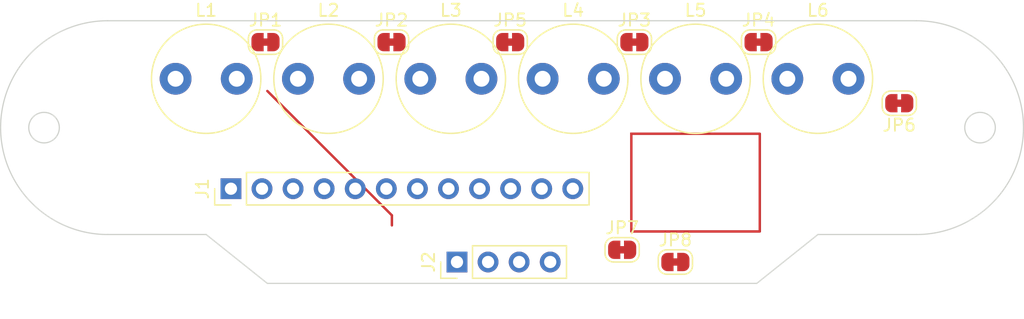
<source format=kicad_pcb>
(kicad_pcb (version 20240108) (generator "pcbnew") (generator_version "8.0")
  (layers (0 "F.Cu" signal) (31 "B.Cu" signal) (34 "B.Paste" user) (35 "F.Paste" user) (36 "B.SilkS" user "B.Silkscreen") (37 "F.SilkS" user "F.Silkscreen") (38 "B.Mask" user) (39 "F.Mask" user) (44 "Edge.Cuts" user))
  (net 0 "")
  (net 1 "/L1B")
  (net 2 "/L3B")
  (net 3 "/L1A")
  (net 4 "/L5A")
  (net 5 "/L6A")
  (net 6 "/L2A")
  (net 7 "/L4B")
  (net 8 "/L2B")
  (net 9 "/L3A")
  (net 10 "/L5B")
  (net 11 "/COILS_HOT")
  (net 12 "/COILS_COLD")
  (net 13 "/TRANS_COLD")
  (net 14 "/TRANS_HOT")
  (net 15 "Net-(JP7-B)")
  (net 16 "Net-(JP8-B)")
  (footprint "Connector_PinHeader_2.54mm:PinHeader_1x12_P2.54mm_Vertical" (layer "F.Cu") (at 77.025 105 90)
    (property "Reference" "J1" (at 0 -2.33 90) (layer "F.SilkS"))
    (property "Value" "Conn_01x12")
    (fp_line (start -1.33 -1.33) (end 0 -1.33) (stroke (width 0.12)) (layer "F.SilkS"))
    (fp_line (start -1.33 0) (end -1.33 -1.33) (stroke (width 0.12)) (layer "F.SilkS"))
    (fp_line (start 1.33 1.27) (end 1.33 29.27) (stroke (width 0.12)) (layer "F.SilkS"))
    (fp_line (start -1.33 1.27) (end 1.33 1.27) (stroke (width 0.12)) (layer "F.SilkS"))
    (fp_line (start -1.33 1.27) (end -1.33 29.27) (stroke (width 0.12)) (layer "F.SilkS"))
    (fp_line (start -1.33 29.27) (end 1.33 29.27) (stroke (width 0.12)) (layer "F.SilkS"))
    (pad "1" thru_hole rect (at 0 0 90) (size 1.7 1.7) (drill 1) (layers "*.Cu" "*.Mask") (net 3 "/L1A"))
    (pad "2" thru_hole oval (at 0 2.54 90) (size 1.7 1.7) (drill 1) (layers "*.Cu" "*.Mask") (net 1 "/L1B"))
    (pad "3" thru_hole oval (at 0 5.08 90) (size 1.7 1.7) (drill 1) (layers "*.Cu" "*.Mask") (net 6 "/L2A"))
    (pad "4" thru_hole oval (at 0 7.62 90) (size 1.7 1.7) (drill 1) (layers "*.Cu" "*.Mask") (net 8 "/L2B"))
    (pad "5" thru_hole oval (at 0 10.16 90) (size 1.7 1.7) (drill 1) (layers "*.Cu" "*.Mask") (net 9 "/L3A"))
    (pad "6" thru_hole oval (at 0 12.7 90) (size 1.7 1.7) (drill 1) (layers "*.Cu" "*.Mask") (net 2 "/L3B"))
    (pad "7" thru_hole oval (at 0 15.24 90) (size 1.7 1.7) (drill 1) (layers "*.Cu" "*.Mask") (net 11 "/COILS_HOT"))
    (pad "8" thru_hole oval (at 0 17.78 90) (size 1.7 1.7) (drill 1) (layers "*.Cu" "*.Mask") (net 7 "/L4B"))
    (pad "9" thru_hole oval (at 0 20.32 90) (size 1.7 1.7) (drill 1) (layers "*.Cu" "*.Mask") (net 4 "/L5A"))
    (pad "10" thru_hole oval (at 0 22.86 90) (size 1.7 1.7) (drill 1) (layers "*.Cu" "*.Mask") (net 10 "/L5B"))
    (pad "11" thru_hole oval (at 0 25.4 90) (size 1.7 1.7) (drill 1) (layers "*.Cu" "*.Mask") (net 5 "/L6A"))
    (pad "12" thru_hole oval (at 0 27.94 90) (size 1.7 1.7) (drill 1) (layers "*.Cu" "*.Mask") (net 12 "/COILS_COLD"))
  )
  (footprint "Connector_PinHeader_2.54mm:PinHeader_1x04_P2.54mm_Vertical" (layer "F.Cu") (at 95.5 111 90)
    (property "Reference" "J2" (at 0 -2.33 90) (layer "F.SilkS"))
    (property "Value" "Conn_01x12")
    (fp_line (start -1.33 -1.33) (end 0 -1.33) (stroke (width 0.12)) (layer "F.SilkS"))
    (fp_line (start -1.33 0) (end -1.33 -1.33) (stroke (width 0.12)) (layer "F.SilkS"))
    (fp_line (start 1.33 1.27) (end 1.33 8.95) (stroke (width 0.12)) (layer "F.SilkS"))
    (fp_line (start -1.33 1.27) (end 1.33 1.27) (stroke (width 0.12)) (layer "F.SilkS"))
    (fp_line (start -1.33 1.27) (end -1.33 8.95) (stroke (width 0.12)) (layer "F.SilkS"))
    (fp_line (start -1.33 8.95) (end 1.33 8.95) (stroke (width 0.12)) (layer "F.SilkS"))
    (pad "1" thru_hole rect (at 0 0 90) (size 1.7 1.7) (drill 1) (layers "*.Cu" "*.Mask") (net 11 "/COILS_HOT"))
    (pad "2" thru_hole oval (at 0 2.54 90) (size 1.7 1.7) (drill 1) (layers "*.Cu" "*.Mask") (net 12 "/COILS_COLD"))
    (pad "3" thru_hole oval (at 0 5.08 90) (size 1.7 1.7) (drill 1) (layers "*.Cu" "*.Mask") (net 14 "/TRANS_HOT"))
    (pad "4" thru_hole oval (at 0 7.62 90) (size 1.7 1.7) (drill 1) (layers "*.Cu" "*.Mask") (net 13 "/TRANS_COLD"))
  )
  (footprint "Jumper:SolderJumper-2_P1.3mm_Bridged_RoundedPad1.0x1.5mm" (layer "F.Cu") (at 113.35 111)
    (property "Reference" "JP8" (at 0 -1.8 0) (layer "F.SilkS"))
    (property "Value" "SolderJumper_2_Bridged")
    (fp_poly (pts (xy 0.25 -0.3) (xy -0.25 -0.3) (xy -0.25 0.3) (xy 0.25 0.3)) (fill solid) (layer "F.Cu"))
    (fp_line (start -1.4 0.3) (end -1.4 -0.3) (stroke (width 0.12)) (layer "F.SilkS"))
    (fp_line (start -0.7 -1) (end 0.7 -1) (stroke (width 0.12)) (layer "F.SilkS"))
    (fp_line (start 0.7 1) (end -0.7 1) (stroke (width 0.12)) (layer "F.SilkS"))
    (fp_line (start 1.4 -0.3) (end 1.4 0.3) (stroke (width 0.12)) (layer "F.SilkS"))
    (fp_arc (start -1.4 -0.3) (mid -1.194975 -0.794975) (end -0.7 -1) (stroke (width 0.12)) (layer "F.SilkS"))
    (fp_arc (start -0.7 1) (mid -1.194975 0.794975) (end -1.4 0.3) (stroke (width 0.12)) (layer "F.SilkS"))
    (fp_arc (start 0.7 -1) (mid 1.194975 -0.794975) (end 1.4 -0.3) (stroke (width 0.12)) (layer "F.SilkS"))
    (fp_arc (start 1.4 0.3) (mid 1.194975 0.794975) (end 0.7 1) (stroke (width 0.12)) (layer "F.SilkS"))
    (pad "1" smd custom (at -0.65 0) (size 1 0.5) (layers "F.Cu" "F.Mask") (net 12 "/COILS_COLD") (options (clearance outline) (anchor rect)) (primitives (gr_circle (center 0 0.25) (end 0.5 0.25) (width 0) (fill yes)) (gr_circle (center 0 -0.25) (end 0.5 -0.25) (width 0) (fill yes)) (gr_poly (pts (xy 0.5 0.75) (xy 0 0.75) (xy 0 -0.75) (xy 0.5 -0.75)) (width 0) (fill yes))))
    (pad "2" smd custom (at 0.65 0) (size 1 0.5) (layers "F.Cu" "F.Mask") (net 16 "Net-(JP8-B)") (options (clearance outline) (anchor rect)) (primitives (gr_circle (center 0 0.25) (end 0.5 0.25) (width 0) (fill yes)) (gr_circle (center 0 -0.25) (end 0.5 -0.25) (width 0) (fill yes)) (gr_poly (pts (xy 0 0.75) (xy -0.5 0.75) (xy -0.5 -0.75) (xy 0 -0.75)) (width 0) (fill yes))))
  )
  (footprint "Inductor_THT:L_Radial_D8.7mm_P5.00mm_Fastron_07HCP" (layer "F.Cu") (at 102.5 96)
    (property "Reference" "L4" (at 2.5 -5.6 0) (layer "F.SilkS"))
    (property "Value" "L_Iron")
    (fp_circle (center 2.5 0) (end 6.97 0) (stroke (width 0.12)) (fill none) (layer "F.SilkS"))
    (pad "1" thru_hole circle (at 0 0) (size 2.6 2.6) (drill 1.3) (layers "*.Cu" "*.Mask") (net 11 "/COILS_HOT"))
    (pad "2" thru_hole circle (at 5 0) (size 2.6 2.6) (drill 1.3) (layers "*.Cu" "*.Mask") (net 7 "/L4B"))
  )
  (footprint "Jumper:SolderJumper-2_P1.3mm_Bridged_RoundedPad1.0x1.5mm" (layer "F.Cu") (at 131.65 98 180)
    (property "Reference" "JP6" (at 0 -1.8 360) (layer "F.SilkS"))
    (property "Value" "SolderJumper_2_Bridged")
    (fp_poly (pts (xy 0.25 -0.3) (xy -0.25 -0.3) (xy -0.25 0.3) (xy 0.25 0.3)) (fill solid) (layer "F.Cu"))
    (fp_line (start 1.4 -0.3) (end 1.4 0.3) (stroke (width 0.12)) (layer "F.SilkS"))
    (fp_line (start 0.7 1) (end -0.7 1) (stroke (width 0.12)) (layer "F.SilkS"))
    (fp_line (start -0.7 -1) (end 0.7 -1) (stroke (width 0.12)) (layer "F.SilkS"))
    (fp_line (start -1.4 0.3) (end -1.4 -0.3) (stroke (width 0.12)) (layer "F.SilkS"))
    (fp_arc (start 1.4 0.3) (mid 1.194975 0.794975) (end 0.7 1) (stroke (width 0.12)) (layer "F.SilkS"))
    (fp_arc (start 0.7 -1) (mid 1.194975 -0.794975) (end 1.4 -0.3) (stroke (width 0.12)) (layer "F.SilkS"))
    (fp_arc (start -0.7 1) (mid -1.194975 0.794975) (end -1.4 0.3) (stroke (width 0.12)) (layer "F.SilkS"))
    (fp_arc (start -1.4 -0.3) (mid -1.194975 -0.794975) (end -0.7 -1) (stroke (width 0.12)) (layer "F.SilkS"))
    (pad "1" smd custom (at -0.65 0 180) (size 1 0.5) (layers "F.Cu" "F.Mask") (net 3 "/L1A") (options (clearance outline) (anchor rect)) (primitives (gr_circle (center 0 0.25) (end 0.5 0.25) (width 0) (fill yes)) (gr_circle (center 0 -0.25) (end 0.5 -0.25) (width 0) (fill yes)) (gr_poly (pts (xy 0.5 0.75) (xy 0 0.75) (xy 0 -0.75) (xy 0.5 -0.75)) (width 0) (fill yes))))
    (pad "2" smd custom (at 0.65 0 180) (size 1 0.5) (layers "F.Cu" "F.Mask") (net 12 "/COILS_COLD") (options (clearance outline) (anchor rect)) (primitives (gr_circle (center 0 0.25) (end 0.5 0.25) (width 0) (fill yes)) (gr_circle (center 0 -0.25) (end 0.5 -0.25) (width 0) (fill yes)) (gr_poly (pts (xy 0 0.75) (xy -0.5 0.75) (xy -0.5 -0.75) (xy 0 -0.75)) (width 0) (fill yes))))
  )
  (footprint "Inductor_THT:L_Radial_D8.7mm_P5.00mm_Fastron_07HCP" (layer "F.Cu") (at 112.5 96)
    (property "Reference" "L5" (at 2.5 -5.6 0) (layer "F.SilkS"))
    (property "Value" "L_Iron")
    (fp_circle (center 2.5 0) (end 6.97 0) (stroke (width 0.12)) (fill none) (layer "F.SilkS"))
    (pad "1" thru_hole circle (at 0 0) (size 2.6 2.6) (drill 1.3) (layers "*.Cu" "*.Mask") (net 4 "/L5A"))
    (pad "2" thru_hole circle (at 5 0) (size 2.6 2.6) (drill 1.3) (layers "*.Cu" "*.Mask") (net 10 "/L5B"))
  )
  (footprint "Jumper:SolderJumper-2_P1.3mm_Bridged_RoundedPad1.0x1.5mm" (layer "F.Cu") (at 90.15 93)
    (property "Reference" "JP2" (at 0 -1.8 360) (layer "F.SilkS"))
    (property "Value" "SolderJumper_2_Bridged")
    (fp_poly (pts (xy 0.25 -0.3) (xy -0.25 -0.3) (xy -0.25 0.3) (xy 0.25 0.3)) (fill solid) (layer "F.Cu"))
    (fp_line (start -1.4 0.3) (end -1.4 -0.3) (stroke (width 0.12)) (layer "F.SilkS"))
    (fp_line (start -0.7 -1) (end 0.7 -1) (stroke (width 0.12)) (layer "F.SilkS"))
    (fp_line (start 0.7 1) (end -0.7 1) (stroke (width 0.12)) (layer "F.SilkS"))
    (fp_line (start 1.4 -0.3) (end 1.4 0.3) (stroke (width 0.12)) (layer "F.SilkS"))
    (fp_arc (start -1.4 -0.3) (mid -1.194975 -0.794975) (end -0.7 -1) (stroke (width 0.12)) (layer "F.SilkS"))
    (fp_arc (start -0.7 1) (mid -1.194975 0.794975) (end -1.4 0.3) (stroke (width 0.12)) (layer "F.SilkS"))
    (fp_arc (start 0.7 -1) (mid 1.194975 -0.794975) (end 1.4 -0.3) (stroke (width 0.12)) (layer "F.SilkS"))
    (fp_arc (start 1.4 0.3) (mid 1.194975 0.794975) (end 0.7 1) (stroke (width 0.12)) (layer "F.SilkS"))
    (pad "1" smd custom (at -0.65 0) (size 1 0.5) (layers "F.Cu" "F.Mask") (net 8 "/L2B") (options (clearance outline) (anchor rect)) (primitives (gr_circle (center 0 0.25) (end 0.5 0.25) (width 0) (fill yes)) (gr_circle (center 0 -0.25) (end 0.5 -0.25) (width 0) (fill yes)) (gr_poly (pts (xy 0.5 0.75) (xy 0 0.75) (xy 0 -0.75) (xy 0.5 -0.75)) (width 0) (fill yes))))
    (pad "2" smd custom (at 0.65 0) (size 1 0.5) (layers "F.Cu" "F.Mask") (net 9 "/L3A") (options (clearance outline) (anchor rect)) (primitives (gr_circle (center 0 0.25) (end 0.5 0.25) (width 0) (fill yes)) (gr_circle (center 0 -0.25) (end 0.5 -0.25) (width 0) (fill yes)) (gr_poly (pts (xy 0 0.75) (xy -0.5 0.75) (xy -0.5 -0.75) (xy 0 -0.75)) (width 0) (fill yes))))
  )
  (footprint "Jumper:SolderJumper-2_P1.3mm_Bridged_RoundedPad1.0x1.5mm" (layer "F.Cu") (at 110 93)
    (property "Reference" "JP3" (at 0 -1.8 360) (layer "F.SilkS"))
    (property "Value" "SolderJumper_2_Bridged")
    (fp_poly (pts (xy 0.25 -0.3) (xy -0.25 -0.3) (xy -0.25 0.3) (xy 0.25 0.3)) (fill solid) (layer "F.Cu"))
    (fp_line (start -1.4 0.3) (end -1.4 -0.3) (stroke (width 0.12)) (layer "F.SilkS"))
    (fp_line (start -0.7 -1) (end 0.7 -1) (stroke (width 0.12)) (layer "F.SilkS"))
    (fp_line (start 0.7 1) (end -0.7 1) (stroke (width 0.12)) (layer "F.SilkS"))
    (fp_line (start 1.4 -0.3) (end 1.4 0.3) (stroke (width 0.12)) (layer "F.SilkS"))
    (fp_arc (start -1.4 -0.3) (mid -1.194975 -0.794975) (end -0.7 -1) (stroke (width 0.12)) (layer "F.SilkS"))
    (fp_arc (start -0.7 1) (mid -1.194975 0.794975) (end -1.4 0.3) (stroke (width 0.12)) (layer "F.SilkS"))
    (fp_arc (start 0.7 -1) (mid 1.194975 -0.794975) (end 1.4 -0.3) (stroke (width 0.12)) (layer "F.SilkS"))
    (fp_arc (start 1.4 0.3) (mid 1.194975 0.794975) (end 0.7 1) (stroke (width 0.12)) (layer "F.SilkS"))
    (pad "1" smd custom (at -0.65 0) (size 1 0.5) (layers "F.Cu" "F.Mask") (net 7 "/L4B") (options (clearance outline) (anchor rect)) (primitives (gr_circle (center 0 0.25) (end 0.5 0.25) (width 0) (fill yes)) (gr_circle (center 0 -0.25) (end 0.5 -0.25) (width 0) (fill yes)) (gr_poly (pts (xy 0.5 0.75) (xy 0 0.75) (xy 0 -0.75) (xy 0.5 -0.75)) (width 0) (fill yes))))
    (pad "2" smd custom (at 0.65 0) (size 1 0.5) (layers "F.Cu" "F.Mask") (net 4 "/L5A") (options (clearance outline) (anchor rect)) (primitives (gr_circle (center 0 0.25) (end 0.5 0.25) (width 0) (fill yes)) (gr_circle (center 0 -0.25) (end 0.5 -0.25) (width 0) (fill yes)) (gr_poly (pts (xy 0 0.75) (xy -0.5 0.75) (xy -0.5 -0.75) (xy 0 -0.75)) (width 0) (fill yes))))
  )
  (footprint "Inductor_THT:L_Radial_D8.7mm_P5.00mm_Fastron_07HCP" (layer "F.Cu") (at 92.5 96)
    (property "Reference" "L3" (at 2.5 -5.6 360) (layer "F.SilkS"))
    (property "Value" "L_Iron")
    (fp_circle (center 2.5 0) (end 6.97 0) (stroke (width 0.12)) (fill none) (layer "F.SilkS"))
    (pad "1" thru_hole circle (at 0 0) (size 2.6 2.6) (drill 1.3) (layers "*.Cu" "*.Mask") (net 9 "/L3A"))
    (pad "2" thru_hole circle (at 5 0) (size 2.6 2.6) (drill 1.3) (layers "*.Cu" "*.Mask") (net 2 "/L3B"))
  )
  (footprint "Jumper:SolderJumper-2_P1.3mm_Bridged_RoundedPad1.0x1.5mm" (layer "F.Cu") (at 99.85 93)
    (property "Reference" "JP5" (at 0 -1.8 360) (layer "F.SilkS"))
    (property "Value" "SolderJumper_2_Bridged")
    (fp_poly (pts (xy 0.25 -0.3) (xy -0.25 -0.3) (xy -0.25 0.3) (xy 0.25 0.3)) (fill solid) (layer "F.Cu"))
    (fp_line (start -1.4 0.3) (end -1.4 -0.3) (stroke (width 0.12)) (layer "F.SilkS"))
    (fp_line (start -0.7 -1) (end 0.7 -1) (stroke (width 0.12)) (layer "F.SilkS"))
    (fp_line (start 0.7 1) (end -0.7 1) (stroke (width 0.12)) (layer "F.SilkS"))
    (fp_line (start 1.4 -0.3) (end 1.4 0.3) (stroke (width 0.12)) (layer "F.SilkS"))
    (fp_arc (start -1.4 -0.3) (mid -1.194975 -0.794975) (end -0.7 -1) (stroke (width 0.12)) (layer "F.SilkS"))
    (fp_arc (start -0.7 1) (mid -1.194975 0.794975) (end -1.4 0.3) (stroke (width 0.12)) (layer "F.SilkS"))
    (fp_arc (start 0.7 -1) (mid 1.194975 -0.794975) (end 1.4 -0.3) (stroke (width 0.12)) (layer "F.SilkS"))
    (fp_arc (start 1.4 0.3) (mid 1.194975 0.794975) (end 0.7 1) (stroke (width 0.12)) (layer "F.SilkS"))
    (pad "1" smd custom (at -0.65 0) (size 1 0.5) (layers "F.Cu" "F.Mask") (net 2 "/L3B") (options (clearance outline) (anchor rect)) (primitives (gr_circle (center 0 0.25) (end 0.5 0.25) (width 0) (fill yes)) (gr_circle (center 0 -0.25) (end 0.5 -0.25) (width 0) (fill yes)) (gr_poly (pts (xy 0.5 0.75) (xy 0 0.75) (xy 0 -0.75) (xy 0.5 -0.75)) (width 0) (fill yes))))
    (pad "2" smd custom (at 0.65 0) (size 1 0.5) (layers "F.Cu" "F.Mask") (net 11 "/COILS_HOT") (options (clearance outline) (anchor rect)) (primitives (gr_circle (center 0 0.25) (end 0.5 0.25) (width 0) (fill yes)) (gr_circle (center 0 -0.25) (end 0.5 -0.25) (width 0) (fill yes)) (gr_poly (pts (xy 0 0.75) (xy -0.5 0.75) (xy -0.5 -0.75) (xy 0 -0.75)) (width 0) (fill yes))))
  )
  (footprint "Jumper:SolderJumper-2_P1.3mm_Bridged_RoundedPad1.0x1.5mm" (layer "F.Cu") (at 79.85 93)
    (property "Reference" "JP1" (at 0 -1.8 360) (layer "F.SilkS"))
    (property "Value" "SolderJumper_2_Bridged")
    (fp_poly (pts (xy 0.25 -0.3) (xy -0.25 -0.3) (xy -0.25 0.3) (xy 0.25 0.3)) (fill solid) (layer "F.Cu"))
    (fp_line (start -1.4 0.3) (end -1.4 -0.3) (stroke (width 0.12)) (layer "F.SilkS"))
    (fp_line (start -0.7 -1) (end 0.7 -1) (stroke (width 0.12)) (layer "F.SilkS"))
    (fp_line (start 0.7 1) (end -0.7 1) (stroke (width 0.12)) (layer "F.SilkS"))
    (fp_line (start 1.4 -0.3) (end 1.4 0.3) (stroke (width 0.12)) (layer "F.SilkS"))
    (fp_arc (start -1.4 -0.3) (mid -1.194975 -0.794975) (end -0.7 -1) (stroke (width 0.12)) (layer "F.SilkS"))
    (fp_arc (start -0.7 1) (mid -1.194975 0.794975) (end -1.4 0.3) (stroke (width 0.12)) (layer "F.SilkS"))
    (fp_arc (start 0.7 -1) (mid 1.194975 -0.794975) (end 1.4 -0.3) (stroke (width 0.12)) (layer "F.SilkS"))
    (fp_arc (start 1.4 0.3) (mid 1.194975 0.794975) (end 0.7 1) (stroke (width 0.12)) (layer "F.SilkS"))
    (pad "1" smd custom (at -0.65 0) (size 1 0.5) (layers "F.Cu" "F.Mask") (net 1 "/L1B") (options (clearance outline) (anchor rect)) (primitives (gr_circle (center 0 0.25) (end 0.5 0.25) (width 0) (fill yes)) (gr_circle (center 0 -0.25) (end 0.5 -0.25) (width 0) (fill yes)) (gr_poly (pts (xy 0.5 0.75) (xy 0 0.75) (xy 0 -0.75) (xy 0.5 -0.75)) (width 0) (fill yes))))
    (pad "2" smd custom (at 0.65 0) (size 1 0.5) (layers "F.Cu" "F.Mask") (net 6 "/L2A") (options (clearance outline) (anchor rect)) (primitives (gr_circle (center 0 0.25) (end 0.5 0.25) (width 0) (fill yes)) (gr_circle (center 0 -0.25) (end 0.5 -0.25) (width 0) (fill yes)) (gr_poly (pts (xy 0 0.75) (xy -0.5 0.75) (xy -0.5 -0.75) (xy 0 -0.75)) (width 0) (fill yes))))
  )
  (footprint "Inductor_THT:L_Radial_D8.7mm_P5.00mm_Fastron_07HCP" (layer "F.Cu") (at 122.5 96)
    (property "Reference" "L6" (at 2.5 -5.6 0) (layer "F.SilkS"))
    (property "Value" "L_Iron")
    (fp_circle (center 2.5 0) (end 6.97 0) (stroke (width 0.12)) (fill none) (layer "F.SilkS"))
    (pad "1" thru_hole circle (at 0 0) (size 2.6 2.6) (drill 1.3) (layers "*.Cu" "*.Mask") (net 5 "/L6A"))
    (pad "2" thru_hole circle (at 5 0) (size 2.6 2.6) (drill 1.3) (layers "*.Cu" "*.Mask") (net 12 "/COILS_COLD"))
  )
  (footprint "Inductor_THT:L_Radial_D8.7mm_P5.00mm_Fastron_07HCP" (layer "F.Cu") (at 82.5 96)
    (property "Reference" "L2" (at 2.5 -5.6 360) (layer "F.SilkS"))
    (property "Value" "L_Iron")
    (fp_circle (center 2.5 0) (end 6.97 0) (stroke (width 0.12)) (fill none) (layer "F.SilkS"))
    (pad "1" thru_hole circle (at 0 0) (size 2.6 2.6) (drill 1.3) (layers "*.Cu" "*.Mask") (net 6 "/L2A"))
    (pad "2" thru_hole circle (at 5 0) (size 2.6 2.6) (drill 1.3) (layers "*.Cu" "*.Mask") (net 8 "/L2B"))
  )
  (footprint "Jumper:SolderJumper-2_P1.3mm_Bridged_RoundedPad1.0x1.5mm" (layer "F.Cu") (at 120.15 93)
    (property "Reference" "JP4" (at 0 -1.8 360) (layer "F.SilkS"))
    (property "Value" "SolderJumper_2_Bridged")
    (fp_poly (pts (xy 0.25 -0.3) (xy -0.25 -0.3) (xy -0.25 0.3) (xy 0.25 0.3)) (fill solid) (layer "F.Cu"))
    (fp_line (start -1.4 0.3) (end -1.4 -0.3) (stroke (width 0.12)) (layer "F.SilkS"))
    (fp_line (start -0.7 -1) (end 0.7 -1) (stroke (width 0.12)) (layer "F.SilkS"))
    (fp_line (start 0.7 1) (end -0.7 1) (stroke (width 0.12)) (layer "F.SilkS"))
    (fp_line (start 1.4 -0.3) (end 1.4 0.3) (stroke (width 0.12)) (layer "F.SilkS"))
    (fp_arc (start -1.4 -0.3) (mid -1.194975 -0.794975) (end -0.7 -1) (stroke (width 0.12)) (layer "F.SilkS"))
    (fp_arc (start -0.7 1) (mid -1.194975 0.794975) (end -1.4 0.3) (stroke (width 0.12)) (layer "F.SilkS"))
    (fp_arc (start 0.7 -1) (mid 1.194975 -0.794975) (end 1.4 -0.3) (stroke (width 0.12)) (layer "F.SilkS"))
    (fp_arc (start 1.4 0.3) (mid 1.194975 0.794975) (end 0.7 1) (stroke (width 0.12)) (layer "F.SilkS"))
    (pad "1" smd custom (at -0.65 0) (size 1 0.5) (layers "F.Cu" "F.Mask") (net 10 "/L5B") (options (clearance outline) (anchor rect)) (primitives (gr_circle (center 0 0.25) (end 0.5 0.25) (width 0) (fill yes)) (gr_circle (center 0 -0.25) (end 0.5 -0.25) (width 0) (fill yes)) (gr_poly (pts (xy 0.5 0.75) (xy 0 0.75) (xy 0 -0.75) (xy 0.5 -0.75)) (width 0) (fill yes))))
    (pad "2" smd custom (at 0.65 0) (size 1 0.5) (layers "F.Cu" "F.Mask") (net 5 "/L6A") (options (clearance outline) (anchor rect)) (primitives (gr_circle (center 0 0.25) (end 0.5 0.25) (width 0) (fill yes)) (gr_circle (center 0 -0.25) (end 0.5 -0.25) (width 0) (fill yes)) (gr_poly (pts (xy 0 0.75) (xy -0.5 0.75) (xy -0.5 -0.75) (xy 0 -0.75)) (width 0) (fill yes))))
  )
  (footprint "Jumper:SolderJumper-2_P1.3mm_Bridged_RoundedPad1.0x1.5mm" (layer "F.Cu") (at 109 110)
    (property "Reference" "JP7" (at 0 -1.8 0) (layer "F.SilkS"))
    (property "Value" "SolderJumper_2_Bridged")
    (fp_poly (pts (xy 0.25 -0.3) (xy -0.25 -0.3) (xy -0.25 0.3) (xy 0.25 0.3)) (fill solid) (layer "F.Cu"))
    (fp_line (start -1.4 0.3) (end -1.4 -0.3) (stroke (width 0.12)) (layer "F.SilkS"))
    (fp_line (start -0.7 -1) (end 0.7 -1) (stroke (width 0.12)) (layer "F.SilkS"))
    (fp_line (start 0.7 1) (end -0.7 1) (stroke (width 0.12)) (layer "F.SilkS"))
    (fp_line (start 1.4 -0.3) (end 1.4 0.3) (stroke (width 0.12)) (layer "F.SilkS"))
    (fp_arc (start -1.4 -0.3) (mid -1.194975 -0.794975) (end -0.7 -1) (stroke (width 0.12)) (layer "F.SilkS"))
    (fp_arc (start -0.7 1) (mid -1.194975 0.794975) (end -1.4 0.3) (stroke (width 0.12)) (layer "F.SilkS"))
    (fp_arc (start 0.7 -1) (mid 1.194975 -0.794975) (end 1.4 -0.3) (stroke (width 0.12)) (layer "F.SilkS"))
    (fp_arc (start 1.4 0.3) (mid 1.194975 0.794975) (end 0.7 1) (stroke (width 0.12)) (layer "F.SilkS"))
    (pad "1" smd custom (at -0.65 0) (size 1 0.5) (layers "F.Cu" "F.Mask") (net 11 "/COILS_HOT") (options (clearance outline) (anchor rect)) (primitives (gr_circle (center 0 0.25) (end 0.5 0.25) (width 0) (fill yes)) (gr_circle (center 0 -0.25) (end 0.5 -0.25) (width 0) (fill yes)) (gr_poly (pts (xy 0.5 0.75) (xy 0 0.75) (xy 0 -0.75) (xy 0.5 -0.75)) (width 0) (fill yes))))
    (pad "2" smd custom (at 0.65 0) (size 1 0.5) (layers "F.Cu" "F.Mask") (net 15 "Net-(JP7-B)") (options (clearance outline) (anchor rect)) (primitives (gr_circle (center 0 0.25) (end 0.5 0.25) (width 0) (fill yes)) (gr_circle (center 0 -0.25) (end 0.5 -0.25) (width 0) (fill yes)) (gr_poly (pts (xy 0 0.75) (xy -0.5 0.75) (xy -0.5 -0.75) (xy 0 -0.75)) (width 0) (fill yes))))
  )
  (footprint "Inductor_THT:L_Radial_D8.7mm_P5.00mm_Fastron_07HCP" (layer "F.Cu") (at 72.5 96)
    (property "Reference" "L1" (at 2.5 -5.6 360) (layer "F.SilkS"))
    (property "Value" "L_Iron")
    (fp_circle (center 2.5 0) (end 6.97 0) (stroke (width 0.12)) (fill none) (layer "F.SilkS"))
    (pad "1" thru_hole circle (at 0 0) (size 2.6 2.6) (drill 1.3) (layers "*.Cu" "*.Mask") (net 3 "/L1A"))
    (pad "2" thru_hole circle (at 5 0) (size 2.6 2.6) (drill 1.3) (layers "*.Cu" "*.Mask") (net 1 "/L1B"))
  )
  (gr_rect (start 109.75 100.5) (end 120.25 108.5) (stroke (width 0.2)) (fill none) (layer "F.Cu") (net 5))
  (gr_circle (center 138.25 100) (end 139.5 100) (stroke (width 0.1)) (fill none) (layer "Edge.Cuts"))
  (gr_circle (center 61.75 100) (end 63 100) (stroke (width 0.1)) (fill none) (layer "Edge.Cuts"))
  (gr_line (start 125 108.75) (end 133.05 108.75) (stroke (width 0.1)) (layer "Edge.Cuts"))
  (gr_arc (start 133.05 91.25) (mid 141.8 100) (end 133.05 108.75) (stroke (width 0.1)) (layer "Edge.Cuts"))
  (gr_line (start 66.95 108.75) (end 75 108.75) (stroke (width 0.1)) (layer "Edge.Cuts"))
  (gr_arc (start 66.95 108.75) (mid 58.2 100) (end 66.95 91.25) (stroke (width 0.1)) (layer "Edge.Cuts"))
  (gr_line (start 75 108.75) (end 80 112.75) (stroke (width 0.1)) (layer "Edge.Cuts"))
  (gr_line (start 133.05 91.25) (end 66.95 91.25) (stroke (width 0.1)) (layer "Edge.Cuts"))
  (gr_line (start 80 112.75) (end 120 112.75) (stroke (width 0.1)) (layer "Edge.Cuts"))
  (gr_line (start 120 112.75) (end 125 108.75) (stroke (width 0.1)) (layer "Edge.Cuts"))
  (segment (start 80 97) (end 90.18 107.18) (width 0.2) (layer "F.Cu") (net 9))
  (segment (start 90.18 107.18) (end 90.18 108) (width 0.2) (layer "F.Cu") (net 9))
)
</source>
